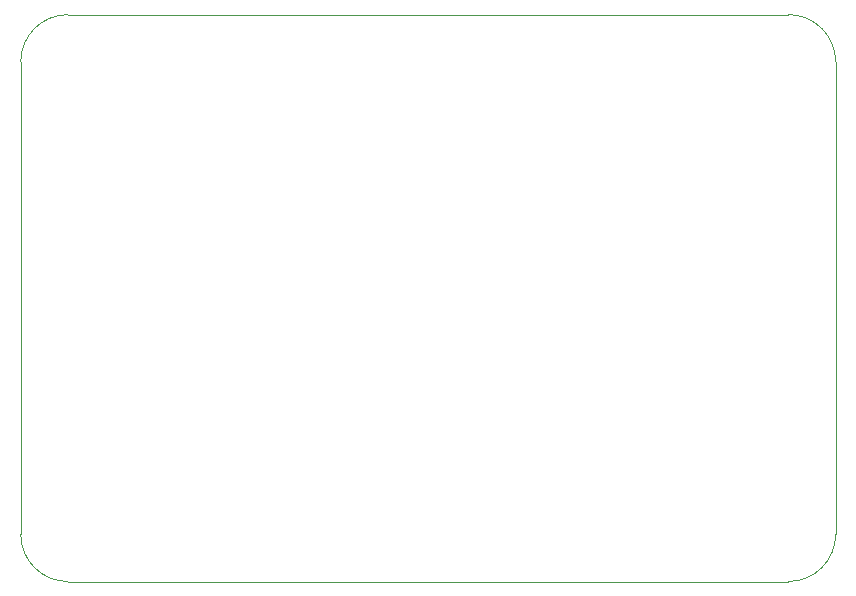
<source format=gbr>
G04 #@! TF.GenerationSoftware,KiCad,Pcbnew,5.1.4*
G04 #@! TF.CreationDate,2019-11-07T13:03:23-05:00*
G04 #@! TF.ProjectId,rustypill,72757374-7970-4696-9c6c-2e6b69636164,rev?*
G04 #@! TF.SameCoordinates,Original*
G04 #@! TF.FileFunction,Profile,NP*
%FSLAX46Y46*%
G04 Gerber Fmt 4.6, Leading zero omitted, Abs format (unit mm)*
G04 Created by KiCad (PCBNEW 5.1.4) date 2019-11-07 13:03:23*
%MOMM*%
%LPD*%
G04 APERTURE LIST*
%ADD10C,0.050000*%
G04 APERTURE END LIST*
D10*
X136850000Y-136000000D02*
X136850000Y-96000000D01*
X71850000Y-140000000D02*
X132850000Y-140000000D01*
X67850000Y-96000000D02*
X67850000Y-136000000D01*
X132850000Y-92000000D02*
X71850000Y-92000000D01*
X67850000Y-96000000D02*
G75*
G02X71850000Y-92000000I4000000J0D01*
G01*
X71850000Y-140000000D02*
G75*
G02X67850000Y-136000000I0J4000000D01*
G01*
X136850000Y-136000000D02*
G75*
G02X132850000Y-140000000I-4000000J0D01*
G01*
X132850000Y-92000000D02*
G75*
G02X136850000Y-96000000I0J-4000000D01*
G01*
M02*

</source>
